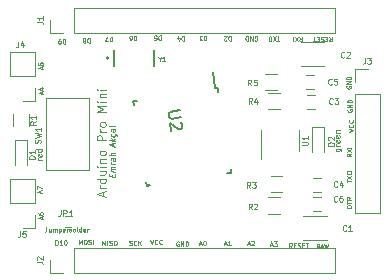
<source format=gbr>
G04 #@! TF.FileFunction,Legend,Top*
%FSLAX46Y46*%
G04 Gerber Fmt 4.6, Leading zero omitted, Abs format (unit mm)*
G04 Created by KiCad (PCBNEW 4.0.7) date 11/17/20 22:45:57*
%MOMM*%
%LPD*%
G01*
G04 APERTURE LIST*
%ADD10C,0.100000*%
%ADD11C,0.095250*%
%ADD12C,0.121000*%
%ADD13C,0.150000*%
%ADD14C,0.120000*%
%ADD15C,0.200000*%
%ADD16C,0.127000*%
%ADD17C,0.073800*%
%ADD18C,0.099200*%
G04 APERTURE END LIST*
D10*
D11*
X146528972Y-187370357D02*
X146528972Y-187642500D01*
X146510830Y-187696929D01*
X146474544Y-187733214D01*
X146420115Y-187751357D01*
X146383830Y-187751357D01*
X146873687Y-187497357D02*
X146873687Y-187751357D01*
X146710401Y-187497357D02*
X146710401Y-187696929D01*
X146728544Y-187733214D01*
X146764830Y-187751357D01*
X146819258Y-187751357D01*
X146855544Y-187733214D01*
X146873687Y-187715071D01*
X147055115Y-187751357D02*
X147055115Y-187497357D01*
X147055115Y-187533643D02*
X147073258Y-187515500D01*
X147109544Y-187497357D01*
X147163972Y-187497357D01*
X147200258Y-187515500D01*
X147218401Y-187551786D01*
X147218401Y-187751357D01*
X147218401Y-187551786D02*
X147236544Y-187515500D01*
X147272830Y-187497357D01*
X147327258Y-187497357D01*
X147363544Y-187515500D01*
X147381687Y-187551786D01*
X147381687Y-187751357D01*
X147563115Y-187497357D02*
X147563115Y-187878357D01*
X147563115Y-187515500D02*
X147599401Y-187497357D01*
X147671972Y-187497357D01*
X147708258Y-187515500D01*
X147726401Y-187533643D01*
X147744544Y-187569929D01*
X147744544Y-187678786D01*
X147726401Y-187715071D01*
X147708258Y-187733214D01*
X147671972Y-187751357D01*
X147599401Y-187751357D01*
X147563115Y-187733214D01*
X148052972Y-187733214D02*
X148016686Y-187751357D01*
X147944115Y-187751357D01*
X147907829Y-187733214D01*
X147889686Y-187696929D01*
X147889686Y-187551786D01*
X147907829Y-187515500D01*
X147944115Y-187497357D01*
X148016686Y-187497357D01*
X148052972Y-187515500D01*
X148071115Y-187551786D01*
X148071115Y-187588071D01*
X147889686Y-187624357D01*
X148234400Y-187751357D02*
X148234400Y-187497357D01*
X148234400Y-187569929D02*
X148252543Y-187533643D01*
X148270686Y-187515500D01*
X148306972Y-187497357D01*
X148343257Y-187497357D01*
X148452114Y-187733214D02*
X148488400Y-187751357D01*
X148560972Y-187751357D01*
X148597257Y-187733214D01*
X148615400Y-187696929D01*
X148615400Y-187678786D01*
X148597257Y-187642500D01*
X148560972Y-187624357D01*
X148506543Y-187624357D01*
X148470257Y-187606214D01*
X148452114Y-187569929D01*
X148452114Y-187551786D01*
X148470257Y-187515500D01*
X148506543Y-187497357D01*
X148560972Y-187497357D01*
X148597257Y-187515500D01*
X148833115Y-187751357D02*
X148796829Y-187733214D01*
X148778686Y-187715071D01*
X148760543Y-187678786D01*
X148760543Y-187569929D01*
X148778686Y-187533643D01*
X148796829Y-187515500D01*
X148833115Y-187497357D01*
X148887543Y-187497357D01*
X148923829Y-187515500D01*
X148941972Y-187533643D01*
X148960115Y-187569929D01*
X148960115Y-187678786D01*
X148941972Y-187715071D01*
X148923829Y-187733214D01*
X148887543Y-187751357D01*
X148833115Y-187751357D01*
X149177829Y-187751357D02*
X149141543Y-187733214D01*
X149123400Y-187696929D01*
X149123400Y-187370357D01*
X149486257Y-187751357D02*
X149486257Y-187370357D01*
X149486257Y-187733214D02*
X149449971Y-187751357D01*
X149377400Y-187751357D01*
X149341114Y-187733214D01*
X149322971Y-187715071D01*
X149304828Y-187678786D01*
X149304828Y-187569929D01*
X149322971Y-187533643D01*
X149341114Y-187515500D01*
X149377400Y-187497357D01*
X149449971Y-187497357D01*
X149486257Y-187515500D01*
X149812828Y-187733214D02*
X149776542Y-187751357D01*
X149703971Y-187751357D01*
X149667685Y-187733214D01*
X149649542Y-187696929D01*
X149649542Y-187551786D01*
X149667685Y-187515500D01*
X149703971Y-187497357D01*
X149776542Y-187497357D01*
X149812828Y-187515500D01*
X149830971Y-187551786D01*
X149830971Y-187588071D01*
X149649542Y-187624357D01*
X149994256Y-187751357D02*
X149994256Y-187497357D01*
X149994256Y-187569929D02*
X150012399Y-187533643D01*
X150030542Y-187515500D01*
X150066828Y-187497357D01*
X150103113Y-187497357D01*
X146113500Y-173982743D02*
X146113500Y-173801314D01*
X146222357Y-174019028D02*
X145841357Y-173892028D01*
X146222357Y-173765028D01*
X145841357Y-173456600D02*
X145841357Y-173638029D01*
X146022786Y-173656172D01*
X146004643Y-173638029D01*
X145986500Y-173601743D01*
X145986500Y-173511029D01*
X146004643Y-173474743D01*
X146022786Y-173456600D01*
X146059071Y-173438457D01*
X146149786Y-173438457D01*
X146186071Y-173456600D01*
X146204214Y-173474743D01*
X146222357Y-173511029D01*
X146222357Y-173601743D01*
X146204214Y-173638029D01*
X146186071Y-173656172D01*
X146138900Y-176090943D02*
X146138900Y-175909514D01*
X146247757Y-176127228D02*
X145866757Y-176000228D01*
X146247757Y-175873228D01*
X145993757Y-175582943D02*
X146247757Y-175582943D01*
X145848614Y-175673657D02*
X146120757Y-175764372D01*
X146120757Y-175528514D01*
X146011900Y-184472943D02*
X146011900Y-184291514D01*
X146120757Y-184509228D02*
X145739757Y-184382228D01*
X146120757Y-184255228D01*
X145739757Y-184164514D02*
X145739757Y-183910514D01*
X146120757Y-184073800D01*
X146113500Y-186657343D02*
X146113500Y-186475914D01*
X146222357Y-186693628D02*
X145841357Y-186566628D01*
X146222357Y-186439628D01*
X145841357Y-186149343D02*
X145841357Y-186221914D01*
X145859500Y-186258200D01*
X145877643Y-186276343D01*
X145932071Y-186312629D01*
X146004643Y-186330772D01*
X146149786Y-186330772D01*
X146186071Y-186312629D01*
X146204214Y-186294486D01*
X146222357Y-186258200D01*
X146222357Y-186185629D01*
X146204214Y-186149343D01*
X146186071Y-186131200D01*
X146149786Y-186113057D01*
X146059071Y-186113057D01*
X146022786Y-186131200D01*
X146004643Y-186149343D01*
X145986500Y-186185629D01*
X145986500Y-186258200D01*
X146004643Y-186294486D01*
X146022786Y-186312629D01*
X146059071Y-186330772D01*
X172333557Y-185728429D02*
X171952557Y-185728429D01*
X171952557Y-185637714D01*
X171970700Y-185583286D01*
X172006986Y-185547000D01*
X172043271Y-185528857D01*
X172115843Y-185510714D01*
X172170271Y-185510714D01*
X172242843Y-185528857D01*
X172279129Y-185547000D01*
X172315414Y-185583286D01*
X172333557Y-185637714D01*
X172333557Y-185728429D01*
X171952557Y-185401857D02*
X171952557Y-185184143D01*
X172333557Y-185293000D02*
X171952557Y-185293000D01*
X172333557Y-184839428D02*
X172152129Y-184966428D01*
X172333557Y-185057143D02*
X171952557Y-185057143D01*
X171952557Y-184912000D01*
X171970700Y-184875714D01*
X171988843Y-184857571D01*
X172025129Y-184839428D01*
X172079557Y-184839428D01*
X172115843Y-184857571D01*
X172133986Y-184875714D01*
X172152129Y-184912000D01*
X172152129Y-185057143D01*
X171952557Y-183573057D02*
X171952557Y-183355343D01*
X172333557Y-183464200D02*
X171952557Y-183464200D01*
X171952557Y-183264628D02*
X172333557Y-183010628D01*
X171952557Y-183010628D02*
X172333557Y-183264628D01*
X171952557Y-182792914D02*
X171952557Y-182720343D01*
X171970700Y-182684057D01*
X172006986Y-182647771D01*
X172079557Y-182629629D01*
X172206557Y-182629629D01*
X172279129Y-182647771D01*
X172315414Y-182684057D01*
X172333557Y-182720343D01*
X172333557Y-182792914D01*
X172315414Y-182829200D01*
X172279129Y-182865486D01*
X172206557Y-182883629D01*
X172079557Y-182883629D01*
X172006986Y-182865486D01*
X171970700Y-182829200D01*
X171952557Y-182792914D01*
X172333557Y-181180014D02*
X172152129Y-181307014D01*
X172333557Y-181397729D02*
X171952557Y-181397729D01*
X171952557Y-181252586D01*
X171970700Y-181216300D01*
X171988843Y-181198157D01*
X172025129Y-181180014D01*
X172079557Y-181180014D01*
X172115843Y-181198157D01*
X172133986Y-181216300D01*
X172152129Y-181252586D01*
X172152129Y-181397729D01*
X171952557Y-181053014D02*
X172333557Y-180799014D01*
X171952557Y-180799014D02*
X172333557Y-181053014D01*
X172333557Y-180653872D02*
X171952557Y-180653872D01*
X172104957Y-179298599D02*
X172485957Y-179171599D01*
X172104957Y-179044599D01*
X172449671Y-178699885D02*
X172467814Y-178718028D01*
X172485957Y-178772457D01*
X172485957Y-178808743D01*
X172467814Y-178863171D01*
X172431529Y-178899457D01*
X172395243Y-178917600D01*
X172322671Y-178935743D01*
X172268243Y-178935743D01*
X172195671Y-178917600D01*
X172159386Y-178899457D01*
X172123100Y-178863171D01*
X172104957Y-178808743D01*
X172104957Y-178772457D01*
X172123100Y-178718028D01*
X172141243Y-178699885D01*
X172449671Y-178318885D02*
X172467814Y-178337028D01*
X172485957Y-178391457D01*
X172485957Y-178427743D01*
X172467814Y-178482171D01*
X172431529Y-178518457D01*
X172395243Y-178536600D01*
X172322671Y-178554743D01*
X172268243Y-178554743D01*
X172195671Y-178536600D01*
X172159386Y-178518457D01*
X172123100Y-178482171D01*
X172104957Y-178427743D01*
X172104957Y-178391457D01*
X172123100Y-178337028D01*
X172141243Y-178318885D01*
X172021500Y-177404485D02*
X172003357Y-177440771D01*
X172003357Y-177495200D01*
X172021500Y-177549628D01*
X172057786Y-177585914D01*
X172094071Y-177604057D01*
X172166643Y-177622200D01*
X172221071Y-177622200D01*
X172293643Y-177604057D01*
X172329929Y-177585914D01*
X172366214Y-177549628D01*
X172384357Y-177495200D01*
X172384357Y-177458914D01*
X172366214Y-177404485D01*
X172348071Y-177386342D01*
X172221071Y-177386342D01*
X172221071Y-177458914D01*
X172384357Y-177223057D02*
X172003357Y-177223057D01*
X172384357Y-177005342D01*
X172003357Y-177005342D01*
X172384357Y-176823914D02*
X172003357Y-176823914D01*
X172003357Y-176733199D01*
X172021500Y-176678771D01*
X172057786Y-176642485D01*
X172094071Y-176624342D01*
X172166643Y-176606199D01*
X172221071Y-176606199D01*
X172293643Y-176624342D01*
X172329929Y-176642485D01*
X172366214Y-176678771D01*
X172384357Y-176733199D01*
X172384357Y-176823914D01*
X171945300Y-175423285D02*
X171927157Y-175459571D01*
X171927157Y-175514000D01*
X171945300Y-175568428D01*
X171981586Y-175604714D01*
X172017871Y-175622857D01*
X172090443Y-175641000D01*
X172144871Y-175641000D01*
X172217443Y-175622857D01*
X172253729Y-175604714D01*
X172290014Y-175568428D01*
X172308157Y-175514000D01*
X172308157Y-175477714D01*
X172290014Y-175423285D01*
X172271871Y-175405142D01*
X172144871Y-175405142D01*
X172144871Y-175477714D01*
X172308157Y-175241857D02*
X171927157Y-175241857D01*
X172308157Y-175024142D01*
X171927157Y-175024142D01*
X172308157Y-174842714D02*
X171927157Y-174842714D01*
X171927157Y-174751999D01*
X171945300Y-174697571D01*
X171981586Y-174661285D01*
X172017871Y-174643142D01*
X172090443Y-174624999D01*
X172144871Y-174624999D01*
X172217443Y-174643142D01*
X172253729Y-174661285D01*
X172290014Y-174697571D01*
X172308157Y-174751999D01*
X172308157Y-174842714D01*
X170479356Y-171277643D02*
X170606356Y-171459071D01*
X170697071Y-171277643D02*
X170697071Y-171658643D01*
X170551928Y-171658643D01*
X170515642Y-171640500D01*
X170497499Y-171622357D01*
X170479356Y-171586071D01*
X170479356Y-171531643D01*
X170497499Y-171495357D01*
X170515642Y-171477214D01*
X170551928Y-171459071D01*
X170697071Y-171459071D01*
X170316071Y-171477214D02*
X170189071Y-171477214D01*
X170134642Y-171277643D02*
X170316071Y-171277643D01*
X170316071Y-171658643D01*
X170134642Y-171658643D01*
X169989500Y-171295786D02*
X169935071Y-171277643D01*
X169844357Y-171277643D01*
X169808071Y-171295786D01*
X169789928Y-171313929D01*
X169771785Y-171350214D01*
X169771785Y-171386500D01*
X169789928Y-171422786D01*
X169808071Y-171440929D01*
X169844357Y-171459071D01*
X169916928Y-171477214D01*
X169953214Y-171495357D01*
X169971357Y-171513500D01*
X169989500Y-171549786D01*
X169989500Y-171586071D01*
X169971357Y-171622357D01*
X169953214Y-171640500D01*
X169916928Y-171658643D01*
X169826214Y-171658643D01*
X169771785Y-171640500D01*
X169608500Y-171477214D02*
X169481500Y-171477214D01*
X169427071Y-171277643D02*
X169608500Y-171277643D01*
X169608500Y-171658643D01*
X169427071Y-171658643D01*
X169318214Y-171658643D02*
X169100500Y-171658643D01*
X169209357Y-171277643D02*
X169209357Y-171658643D01*
X167946614Y-171252243D02*
X168073614Y-171433671D01*
X168164329Y-171252243D02*
X168164329Y-171633243D01*
X168019186Y-171633243D01*
X167982900Y-171615100D01*
X167964757Y-171596957D01*
X167946614Y-171560671D01*
X167946614Y-171506243D01*
X167964757Y-171469957D01*
X167982900Y-171451814D01*
X168019186Y-171433671D01*
X168164329Y-171433671D01*
X167819614Y-171633243D02*
X167565614Y-171252243D01*
X167565614Y-171633243D02*
X167819614Y-171252243D01*
X167420472Y-171252243D02*
X167420472Y-171633243D01*
X166257514Y-171607843D02*
X166039800Y-171607843D01*
X166148657Y-171226843D02*
X166148657Y-171607843D01*
X165949085Y-171607843D02*
X165695085Y-171226843D01*
X165695085Y-171607843D02*
X165949085Y-171226843D01*
X165477371Y-171607843D02*
X165441086Y-171607843D01*
X165404800Y-171589700D01*
X165386657Y-171571557D01*
X165368514Y-171535271D01*
X165350371Y-171462700D01*
X165350371Y-171371986D01*
X165368514Y-171299414D01*
X165386657Y-171263129D01*
X165404800Y-171244986D01*
X165441086Y-171226843D01*
X165477371Y-171226843D01*
X165513657Y-171244986D01*
X165531800Y-171263129D01*
X165549943Y-171299414D01*
X165568086Y-171371986D01*
X165568086Y-171462700D01*
X165549943Y-171535271D01*
X165531800Y-171571557D01*
X165513657Y-171589700D01*
X165477371Y-171607843D01*
X164171085Y-171564300D02*
X164207371Y-171582443D01*
X164261800Y-171582443D01*
X164316228Y-171564300D01*
X164352514Y-171528014D01*
X164370657Y-171491729D01*
X164388800Y-171419157D01*
X164388800Y-171364729D01*
X164370657Y-171292157D01*
X164352514Y-171255871D01*
X164316228Y-171219586D01*
X164261800Y-171201443D01*
X164225514Y-171201443D01*
X164171085Y-171219586D01*
X164152942Y-171237729D01*
X164152942Y-171364729D01*
X164225514Y-171364729D01*
X163989657Y-171201443D02*
X163989657Y-171582443D01*
X163771942Y-171201443D01*
X163771942Y-171582443D01*
X163590514Y-171201443D02*
X163590514Y-171582443D01*
X163499799Y-171582443D01*
X163445371Y-171564300D01*
X163409085Y-171528014D01*
X163390942Y-171491729D01*
X163372799Y-171419157D01*
X163372799Y-171364729D01*
X163390942Y-171292157D01*
X163409085Y-171255871D01*
X163445371Y-171219586D01*
X163499799Y-171201443D01*
X163590514Y-171201443D01*
X162130014Y-171201443D02*
X162130014Y-171582443D01*
X162039299Y-171582443D01*
X161984871Y-171564300D01*
X161948585Y-171528014D01*
X161930442Y-171491729D01*
X161912299Y-171419157D01*
X161912299Y-171364729D01*
X161930442Y-171292157D01*
X161948585Y-171255871D01*
X161984871Y-171219586D01*
X162039299Y-171201443D01*
X162130014Y-171201443D01*
X161767157Y-171546157D02*
X161749014Y-171564300D01*
X161712728Y-171582443D01*
X161622014Y-171582443D01*
X161585728Y-171564300D01*
X161567585Y-171546157D01*
X161549442Y-171509871D01*
X161549442Y-171473586D01*
X161567585Y-171419157D01*
X161785299Y-171201443D01*
X161549442Y-171201443D01*
X160072614Y-171176043D02*
X160072614Y-171557043D01*
X159981899Y-171557043D01*
X159927471Y-171538900D01*
X159891185Y-171502614D01*
X159873042Y-171466329D01*
X159854899Y-171393757D01*
X159854899Y-171339329D01*
X159873042Y-171266757D01*
X159891185Y-171230471D01*
X159927471Y-171194186D01*
X159981899Y-171176043D01*
X160072614Y-171176043D01*
X159727899Y-171557043D02*
X159492042Y-171557043D01*
X159619042Y-171411900D01*
X159564614Y-171411900D01*
X159528328Y-171393757D01*
X159510185Y-171375614D01*
X159492042Y-171339329D01*
X159492042Y-171248614D01*
X159510185Y-171212329D01*
X159528328Y-171194186D01*
X159564614Y-171176043D01*
X159673471Y-171176043D01*
X159709757Y-171194186D01*
X159727899Y-171212329D01*
X158167614Y-171200294D02*
X158167614Y-171583834D01*
X158076899Y-171583834D01*
X158022471Y-171565570D01*
X157986185Y-171529042D01*
X157968042Y-171492515D01*
X157949899Y-171419460D01*
X157949899Y-171364668D01*
X157968042Y-171291613D01*
X157986185Y-171255085D01*
X158022471Y-171218558D01*
X158076899Y-171200294D01*
X158167614Y-171200294D01*
X157623328Y-171455987D02*
X157623328Y-171200294D01*
X157714042Y-171602098D02*
X157804757Y-171328140D01*
X157568899Y-171328140D01*
X156211814Y-171150643D02*
X156211814Y-171531643D01*
X156121099Y-171531643D01*
X156066671Y-171513500D01*
X156030385Y-171477214D01*
X156012242Y-171440929D01*
X155994099Y-171368357D01*
X155994099Y-171313929D01*
X156012242Y-171241357D01*
X156030385Y-171205071D01*
X156066671Y-171168786D01*
X156121099Y-171150643D01*
X156211814Y-171150643D01*
X155649385Y-171531643D02*
X155830814Y-171531643D01*
X155848957Y-171350214D01*
X155830814Y-171368357D01*
X155794528Y-171386500D01*
X155703814Y-171386500D01*
X155667528Y-171368357D01*
X155649385Y-171350214D01*
X155631242Y-171313929D01*
X155631242Y-171223214D01*
X155649385Y-171186929D01*
X155667528Y-171168786D01*
X155703814Y-171150643D01*
X155794528Y-171150643D01*
X155830814Y-171168786D01*
X155848957Y-171186929D01*
X154129014Y-171176043D02*
X154129014Y-171557043D01*
X154038299Y-171557043D01*
X153983871Y-171538900D01*
X153947585Y-171502614D01*
X153929442Y-171466329D01*
X153911299Y-171393757D01*
X153911299Y-171339329D01*
X153929442Y-171266757D01*
X153947585Y-171230471D01*
X153983871Y-171194186D01*
X154038299Y-171176043D01*
X154129014Y-171176043D01*
X153584728Y-171557043D02*
X153657299Y-171557043D01*
X153693585Y-171538900D01*
X153711728Y-171520757D01*
X153748014Y-171466329D01*
X153766157Y-171393757D01*
X153766157Y-171248614D01*
X153748014Y-171212329D01*
X153729871Y-171194186D01*
X153693585Y-171176043D01*
X153621014Y-171176043D01*
X153584728Y-171194186D01*
X153566585Y-171212329D01*
X153548442Y-171248614D01*
X153548442Y-171339329D01*
X153566585Y-171375614D01*
X153584728Y-171393757D01*
X153621014Y-171411900D01*
X153693585Y-171411900D01*
X153729871Y-171393757D01*
X153748014Y-171375614D01*
X153766157Y-171339329D01*
X152097014Y-171277643D02*
X152097014Y-171658643D01*
X152006299Y-171658643D01*
X151951871Y-171640500D01*
X151915585Y-171604214D01*
X151897442Y-171567929D01*
X151879299Y-171495357D01*
X151879299Y-171440929D01*
X151897442Y-171368357D01*
X151915585Y-171332071D01*
X151951871Y-171295786D01*
X152006299Y-171277643D01*
X152097014Y-171277643D01*
X151752299Y-171658643D02*
X151498299Y-171658643D01*
X151661585Y-171277643D01*
X150192014Y-171379243D02*
X150192014Y-171760243D01*
X150101299Y-171760243D01*
X150046871Y-171742100D01*
X150010585Y-171705814D01*
X149992442Y-171669529D01*
X149974299Y-171596957D01*
X149974299Y-171542529D01*
X149992442Y-171469957D01*
X150010585Y-171433671D01*
X150046871Y-171397386D01*
X150101299Y-171379243D01*
X150192014Y-171379243D01*
X149756585Y-171596957D02*
X149792871Y-171615100D01*
X149811014Y-171633243D01*
X149829157Y-171669529D01*
X149829157Y-171687671D01*
X149811014Y-171723957D01*
X149792871Y-171742100D01*
X149756585Y-171760243D01*
X149684014Y-171760243D01*
X149647728Y-171742100D01*
X149629585Y-171723957D01*
X149611442Y-171687671D01*
X149611442Y-171669529D01*
X149629585Y-171633243D01*
X149647728Y-171615100D01*
X149684014Y-171596957D01*
X149756585Y-171596957D01*
X149792871Y-171578814D01*
X149811014Y-171560671D01*
X149829157Y-171524386D01*
X149829157Y-171451814D01*
X149811014Y-171415529D01*
X149792871Y-171397386D01*
X149756585Y-171379243D01*
X149684014Y-171379243D01*
X149647728Y-171397386D01*
X149629585Y-171415529D01*
X149611442Y-171451814D01*
X149611442Y-171524386D01*
X149629585Y-171560671D01*
X149647728Y-171578814D01*
X149684014Y-171596957D01*
X148109214Y-171455443D02*
X148109214Y-171836443D01*
X148018499Y-171836443D01*
X147964071Y-171818300D01*
X147927785Y-171782014D01*
X147909642Y-171745729D01*
X147891499Y-171673157D01*
X147891499Y-171618729D01*
X147909642Y-171546157D01*
X147927785Y-171509871D01*
X147964071Y-171473586D01*
X148018499Y-171455443D01*
X148109214Y-171455443D01*
X147710071Y-171455443D02*
X147637499Y-171455443D01*
X147601214Y-171473586D01*
X147583071Y-171491729D01*
X147546785Y-171546157D01*
X147528642Y-171618729D01*
X147528642Y-171763871D01*
X147546785Y-171800157D01*
X147564928Y-171818300D01*
X147601214Y-171836443D01*
X147673785Y-171836443D01*
X147710071Y-171818300D01*
X147728214Y-171800157D01*
X147746357Y-171763871D01*
X147746357Y-171673157D01*
X147728214Y-171636871D01*
X147710071Y-171618729D01*
X147673785Y-171600586D01*
X147601214Y-171600586D01*
X147564928Y-171618729D01*
X147546785Y-171636871D01*
X147528642Y-171673157D01*
X169612129Y-189148357D02*
X169485129Y-188966929D01*
X169394414Y-189148357D02*
X169394414Y-188767357D01*
X169539557Y-188767357D01*
X169575843Y-188785500D01*
X169593986Y-188803643D01*
X169612129Y-188839929D01*
X169612129Y-188894357D01*
X169593986Y-188930643D01*
X169575843Y-188948786D01*
X169539557Y-188966929D01*
X169394414Y-188966929D01*
X169757271Y-189039500D02*
X169938700Y-189039500D01*
X169720986Y-189148357D02*
X169847986Y-188767357D01*
X169974986Y-189148357D01*
X170065700Y-188767357D02*
X170156414Y-189148357D01*
X170228985Y-188876214D01*
X170301557Y-189148357D01*
X170392271Y-188767357D01*
X167315244Y-189122957D02*
X167188244Y-188941529D01*
X167097529Y-189122957D02*
X167097529Y-188741957D01*
X167242672Y-188741957D01*
X167278958Y-188760100D01*
X167297101Y-188778243D01*
X167315244Y-188814529D01*
X167315244Y-188868957D01*
X167297101Y-188905243D01*
X167278958Y-188923386D01*
X167242672Y-188941529D01*
X167097529Y-188941529D01*
X167478529Y-188923386D02*
X167605529Y-188923386D01*
X167659958Y-189122957D02*
X167478529Y-189122957D01*
X167478529Y-188741957D01*
X167659958Y-188741957D01*
X167805100Y-189104814D02*
X167859529Y-189122957D01*
X167950243Y-189122957D01*
X167986529Y-189104814D01*
X168004672Y-189086671D01*
X168022815Y-189050386D01*
X168022815Y-189014100D01*
X168004672Y-188977814D01*
X167986529Y-188959671D01*
X167950243Y-188941529D01*
X167877672Y-188923386D01*
X167841386Y-188905243D01*
X167823243Y-188887100D01*
X167805100Y-188850814D01*
X167805100Y-188814529D01*
X167823243Y-188778243D01*
X167841386Y-188760100D01*
X167877672Y-188741957D01*
X167968386Y-188741957D01*
X168022815Y-188760100D01*
X168186100Y-188923386D02*
X168313100Y-188923386D01*
X168367529Y-189122957D02*
X168186100Y-189122957D01*
X168186100Y-188741957D01*
X168367529Y-188741957D01*
X168476386Y-188741957D02*
X168694100Y-188741957D01*
X168585243Y-189122957D02*
X168585243Y-188741957D01*
X165488257Y-188861700D02*
X165669686Y-188861700D01*
X165451972Y-188970557D02*
X165578972Y-188589557D01*
X165705972Y-188970557D01*
X165796686Y-188589557D02*
X166032543Y-188589557D01*
X165905543Y-188734700D01*
X165959971Y-188734700D01*
X165996257Y-188752843D01*
X166014400Y-188770986D01*
X166032543Y-188807271D01*
X166032543Y-188897986D01*
X166014400Y-188934271D01*
X165996257Y-188952414D01*
X165959971Y-188970557D01*
X165851114Y-188970557D01*
X165814828Y-188952414D01*
X165796686Y-188934271D01*
X163557857Y-188810900D02*
X163739286Y-188810900D01*
X163521572Y-188919757D02*
X163648572Y-188538757D01*
X163775572Y-188919757D01*
X163884428Y-188575043D02*
X163902571Y-188556900D01*
X163938857Y-188538757D01*
X164029571Y-188538757D01*
X164065857Y-188556900D01*
X164084000Y-188575043D01*
X164102143Y-188611329D01*
X164102143Y-188647614D01*
X164084000Y-188702043D01*
X163866286Y-188919757D01*
X164102143Y-188919757D01*
X161576657Y-188785500D02*
X161758086Y-188785500D01*
X161540372Y-188894357D02*
X161667372Y-188513357D01*
X161794372Y-188894357D01*
X162120943Y-188894357D02*
X161903228Y-188894357D01*
X162012086Y-188894357D02*
X162012086Y-188513357D01*
X161975800Y-188567786D01*
X161939514Y-188604071D01*
X161903228Y-188622214D01*
X159468457Y-188810900D02*
X159649886Y-188810900D01*
X159432172Y-188919757D02*
X159559172Y-188538757D01*
X159686172Y-188919757D01*
X159885743Y-188538757D02*
X159922028Y-188538757D01*
X159958314Y-188556900D01*
X159976457Y-188575043D01*
X159994600Y-188611329D01*
X160012743Y-188683900D01*
X160012743Y-188774614D01*
X159994600Y-188847186D01*
X159976457Y-188883471D01*
X159958314Y-188901614D01*
X159922028Y-188919757D01*
X159885743Y-188919757D01*
X159849457Y-188901614D01*
X159831314Y-188883471D01*
X159813171Y-188847186D01*
X159795028Y-188774614D01*
X159795028Y-188683900D01*
X159813171Y-188611329D01*
X159831314Y-188575043D01*
X159849457Y-188556900D01*
X159885743Y-188538757D01*
X157723115Y-188607700D02*
X157686829Y-188589557D01*
X157632400Y-188589557D01*
X157577972Y-188607700D01*
X157541686Y-188643986D01*
X157523543Y-188680271D01*
X157505400Y-188752843D01*
X157505400Y-188807271D01*
X157523543Y-188879843D01*
X157541686Y-188916129D01*
X157577972Y-188952414D01*
X157632400Y-188970557D01*
X157668686Y-188970557D01*
X157723115Y-188952414D01*
X157741258Y-188934271D01*
X157741258Y-188807271D01*
X157668686Y-188807271D01*
X157904543Y-188970557D02*
X157904543Y-188589557D01*
X158122258Y-188970557D01*
X158122258Y-188589557D01*
X158303686Y-188970557D02*
X158303686Y-188589557D01*
X158394401Y-188589557D01*
X158448829Y-188607700D01*
X158485115Y-188643986D01*
X158503258Y-188680271D01*
X158521401Y-188752843D01*
X158521401Y-188807271D01*
X158503258Y-188879843D01*
X158485115Y-188916129D01*
X158448829Y-188952414D01*
X158394401Y-188970557D01*
X158303686Y-188970557D01*
X155321001Y-188437157D02*
X155448001Y-188818157D01*
X155575001Y-188437157D01*
X155919715Y-188781871D02*
X155901572Y-188800014D01*
X155847143Y-188818157D01*
X155810857Y-188818157D01*
X155756429Y-188800014D01*
X155720143Y-188763729D01*
X155702000Y-188727443D01*
X155683857Y-188654871D01*
X155683857Y-188600443D01*
X155702000Y-188527871D01*
X155720143Y-188491586D01*
X155756429Y-188455300D01*
X155810857Y-188437157D01*
X155847143Y-188437157D01*
X155901572Y-188455300D01*
X155919715Y-188473443D01*
X156300715Y-188781871D02*
X156282572Y-188800014D01*
X156228143Y-188818157D01*
X156191857Y-188818157D01*
X156137429Y-188800014D01*
X156101143Y-188763729D01*
X156083000Y-188727443D01*
X156064857Y-188654871D01*
X156064857Y-188600443D01*
X156083000Y-188527871D01*
X156101143Y-188491586D01*
X156137429Y-188455300D01*
X156191857Y-188437157D01*
X156228143Y-188437157D01*
X156282572Y-188455300D01*
X156300715Y-188473443D01*
X153535743Y-188876214D02*
X153590172Y-188894357D01*
X153680886Y-188894357D01*
X153717172Y-188876214D01*
X153735315Y-188858071D01*
X153753458Y-188821786D01*
X153753458Y-188785500D01*
X153735315Y-188749214D01*
X153717172Y-188731071D01*
X153680886Y-188712929D01*
X153608315Y-188694786D01*
X153572029Y-188676643D01*
X153553886Y-188658500D01*
X153535743Y-188622214D01*
X153535743Y-188585929D01*
X153553886Y-188549643D01*
X153572029Y-188531500D01*
X153608315Y-188513357D01*
X153699029Y-188513357D01*
X153753458Y-188531500D01*
X154134458Y-188858071D02*
X154116315Y-188876214D01*
X154061886Y-188894357D01*
X154025600Y-188894357D01*
X153971172Y-188876214D01*
X153934886Y-188839929D01*
X153916743Y-188803643D01*
X153898600Y-188731071D01*
X153898600Y-188676643D01*
X153916743Y-188604071D01*
X153934886Y-188567786D01*
X153971172Y-188531500D01*
X154025600Y-188513357D01*
X154061886Y-188513357D01*
X154116315Y-188531500D01*
X154134458Y-188549643D01*
X154297743Y-188894357D02*
X154297743Y-188513357D01*
X154515458Y-188894357D02*
X154352172Y-188676643D01*
X154515458Y-188513357D02*
X154297743Y-188731071D01*
X151242485Y-188894357D02*
X151242485Y-188513357D01*
X151369485Y-188785500D01*
X151496485Y-188513357D01*
X151496485Y-188894357D01*
X151677914Y-188894357D02*
X151677914Y-188513357D01*
X151841200Y-188876214D02*
X151895629Y-188894357D01*
X151986343Y-188894357D01*
X152022629Y-188876214D01*
X152040772Y-188858071D01*
X152058915Y-188821786D01*
X152058915Y-188785500D01*
X152040772Y-188749214D01*
X152022629Y-188731071D01*
X151986343Y-188712929D01*
X151913772Y-188694786D01*
X151877486Y-188676643D01*
X151859343Y-188658500D01*
X151841200Y-188622214D01*
X151841200Y-188585929D01*
X151859343Y-188549643D01*
X151877486Y-188531500D01*
X151913772Y-188513357D01*
X152004486Y-188513357D01*
X152058915Y-188531500D01*
X152294772Y-188513357D02*
X152367343Y-188513357D01*
X152403629Y-188531500D01*
X152439915Y-188567786D01*
X152458057Y-188640357D01*
X152458057Y-188767357D01*
X152439915Y-188839929D01*
X152403629Y-188876214D01*
X152367343Y-188894357D01*
X152294772Y-188894357D01*
X152258486Y-188876214D01*
X152222200Y-188839929D01*
X152204057Y-188767357D01*
X152204057Y-188640357D01*
X152222200Y-188567786D01*
X152258486Y-188531500D01*
X152294772Y-188513357D01*
X147289157Y-188868957D02*
X147289157Y-188487957D01*
X147379872Y-188487957D01*
X147434300Y-188506100D01*
X147470586Y-188542386D01*
X147488729Y-188578671D01*
X147506872Y-188651243D01*
X147506872Y-188705671D01*
X147488729Y-188778243D01*
X147470586Y-188814529D01*
X147434300Y-188850814D01*
X147379872Y-188868957D01*
X147289157Y-188868957D01*
X147869729Y-188868957D02*
X147652014Y-188868957D01*
X147760872Y-188868957D02*
X147760872Y-188487957D01*
X147724586Y-188542386D01*
X147688300Y-188578671D01*
X147652014Y-188596814D01*
X148105586Y-188487957D02*
X148141871Y-188487957D01*
X148178157Y-188506100D01*
X148196300Y-188524243D01*
X148214443Y-188560529D01*
X148232586Y-188633100D01*
X148232586Y-188723814D01*
X148214443Y-188796386D01*
X148196300Y-188832671D01*
X148178157Y-188850814D01*
X148141871Y-188868957D01*
X148105586Y-188868957D01*
X148069300Y-188850814D01*
X148051157Y-188832671D01*
X148033014Y-188796386D01*
X148014871Y-188723814D01*
X148014871Y-188633100D01*
X148033014Y-188560529D01*
X148051157Y-188524243D01*
X148069300Y-188506100D01*
X148105586Y-188487957D01*
X149261285Y-188818157D02*
X149261285Y-188437157D01*
X149388285Y-188709300D01*
X149515285Y-188437157D01*
X149515285Y-188818157D01*
X149769286Y-188437157D02*
X149841857Y-188437157D01*
X149878143Y-188455300D01*
X149914429Y-188491586D01*
X149932571Y-188564157D01*
X149932571Y-188691157D01*
X149914429Y-188763729D01*
X149878143Y-188800014D01*
X149841857Y-188818157D01*
X149769286Y-188818157D01*
X149733000Y-188800014D01*
X149696714Y-188763729D01*
X149678571Y-188691157D01*
X149678571Y-188564157D01*
X149696714Y-188491586D01*
X149733000Y-188455300D01*
X149769286Y-188437157D01*
X150077714Y-188800014D02*
X150132143Y-188818157D01*
X150222857Y-188818157D01*
X150259143Y-188800014D01*
X150277286Y-188781871D01*
X150295429Y-188745586D01*
X150295429Y-188709300D01*
X150277286Y-188673014D01*
X150259143Y-188654871D01*
X150222857Y-188636729D01*
X150150286Y-188618586D01*
X150114000Y-188600443D01*
X150095857Y-188582300D01*
X150077714Y-188546014D01*
X150077714Y-188509729D01*
X150095857Y-188473443D01*
X150114000Y-188455300D01*
X150150286Y-188437157D01*
X150241000Y-188437157D01*
X150295429Y-188455300D01*
X150458714Y-188818157D02*
X150458714Y-188437157D01*
D12*
X171016086Y-180740504D02*
X171407895Y-180740504D01*
X171453990Y-180763552D01*
X171477038Y-180786600D01*
X171500086Y-180832695D01*
X171500086Y-180901838D01*
X171477038Y-180947933D01*
X171315705Y-180740504D02*
X171338752Y-180786600D01*
X171338752Y-180878790D01*
X171315705Y-180924885D01*
X171292657Y-180947933D01*
X171246562Y-180970981D01*
X171108276Y-180970981D01*
X171062181Y-180947933D01*
X171039133Y-180924885D01*
X171016086Y-180878790D01*
X171016086Y-180786600D01*
X171039133Y-180740504D01*
X171338752Y-180510028D02*
X171016086Y-180510028D01*
X171108276Y-180510028D02*
X171062181Y-180486980D01*
X171039133Y-180463933D01*
X171016086Y-180417837D01*
X171016086Y-180371742D01*
X171315705Y-180026028D02*
X171338752Y-180072123D01*
X171338752Y-180164314D01*
X171315705Y-180210409D01*
X171269610Y-180233457D01*
X171085229Y-180233457D01*
X171039133Y-180210409D01*
X171016086Y-180164314D01*
X171016086Y-180072123D01*
X171039133Y-180026028D01*
X171085229Y-180002980D01*
X171131324Y-180002980D01*
X171177419Y-180233457D01*
X171315705Y-179611171D02*
X171338752Y-179657266D01*
X171338752Y-179749457D01*
X171315705Y-179795552D01*
X171269610Y-179818600D01*
X171085229Y-179818600D01*
X171039133Y-179795552D01*
X171016086Y-179749457D01*
X171016086Y-179657266D01*
X171039133Y-179611171D01*
X171085229Y-179588123D01*
X171131324Y-179588123D01*
X171177419Y-179818600D01*
X171016086Y-179380695D02*
X171338752Y-179380695D01*
X171062181Y-179380695D02*
X171039133Y-179357647D01*
X171016086Y-179311552D01*
X171016086Y-179242409D01*
X171039133Y-179196314D01*
X171085229Y-179173266D01*
X171338752Y-179173266D01*
X146116552Y-181689952D02*
X145793886Y-181689952D01*
X145886076Y-181689952D02*
X145839981Y-181666904D01*
X145816933Y-181643857D01*
X145793886Y-181597761D01*
X145793886Y-181551666D01*
X146093505Y-181205952D02*
X146116552Y-181252047D01*
X146116552Y-181344238D01*
X146093505Y-181390333D01*
X146047410Y-181413381D01*
X145863029Y-181413381D01*
X145816933Y-181390333D01*
X145793886Y-181344238D01*
X145793886Y-181252047D01*
X145816933Y-181205952D01*
X145863029Y-181182904D01*
X145909124Y-181182904D01*
X145955219Y-181413381D01*
X146116552Y-180768047D02*
X145632552Y-180768047D01*
X146093505Y-180768047D02*
X146116552Y-180814143D01*
X146116552Y-180906333D01*
X146093505Y-180952428D01*
X146070457Y-180975476D01*
X146024362Y-180998524D01*
X145886076Y-180998524D01*
X145839981Y-180975476D01*
X145816933Y-180952428D01*
X145793886Y-180906333D01*
X145793886Y-180814143D01*
X145816933Y-180768047D01*
X152060629Y-183100232D02*
X152060629Y-182938899D01*
X152314152Y-182901446D02*
X152314152Y-183131922D01*
X151830152Y-183071422D01*
X151830152Y-182840946D01*
X152314152Y-182694017D02*
X151991486Y-182653684D01*
X152037581Y-182659446D02*
X152014533Y-182633517D01*
X151991486Y-182584541D01*
X151991486Y-182515398D01*
X152014533Y-182472184D01*
X152060629Y-182454898D01*
X152314152Y-182486588D01*
X152060629Y-182454898D02*
X152014533Y-182426089D01*
X151991486Y-182377112D01*
X151991486Y-182307970D01*
X152014533Y-182264755D01*
X152060629Y-182247470D01*
X152314152Y-182279160D01*
X152314152Y-182048684D02*
X151991486Y-182008351D01*
X152083676Y-182019874D02*
X152037581Y-181991065D01*
X152014533Y-181965137D01*
X151991486Y-181916160D01*
X151991486Y-181870065D01*
X152314152Y-181541636D02*
X152060629Y-181509946D01*
X152014533Y-181527232D01*
X151991486Y-181570446D01*
X151991486Y-181662637D01*
X152014533Y-181711613D01*
X152291105Y-181538755D02*
X152314152Y-181587732D01*
X152314152Y-181702970D01*
X152291105Y-181746184D01*
X152245010Y-181763470D01*
X152198914Y-181757708D01*
X152152819Y-181728898D01*
X152129771Y-181679922D01*
X152129771Y-181564684D01*
X152106724Y-181515707D01*
X152314152Y-181311160D02*
X151830152Y-181250660D01*
X152314152Y-181103731D02*
X152060629Y-181072041D01*
X152014533Y-181089327D01*
X151991486Y-181132541D01*
X151991486Y-181201684D01*
X152014533Y-181250660D01*
X152037581Y-181276589D01*
X152175867Y-180510255D02*
X152175867Y-180279778D01*
X152314152Y-180573636D02*
X151830152Y-180351802D01*
X152314152Y-180250969D01*
X152314152Y-180089636D02*
X151830152Y-180029136D01*
X152129771Y-180020493D02*
X152314152Y-179905255D01*
X151991486Y-179864922D02*
X152175867Y-180072350D01*
X152291105Y-179487516D02*
X152314152Y-179536493D01*
X152314152Y-179628683D01*
X152291105Y-179671897D01*
X152268057Y-179692064D01*
X152221962Y-179709350D01*
X152083676Y-179692064D01*
X152037581Y-179663255D01*
X152014533Y-179637326D01*
X151991486Y-179588350D01*
X151991486Y-179496160D01*
X152014533Y-179452945D01*
X152337200Y-179585469D02*
X152360248Y-179542255D01*
X152406343Y-179524969D01*
X152452438Y-179553779D01*
X152475486Y-179602755D01*
X152475486Y-179671898D01*
X152314152Y-179075540D02*
X152060629Y-179043850D01*
X152014533Y-179061136D01*
X151991486Y-179104350D01*
X151991486Y-179196541D01*
X152014533Y-179245517D01*
X152291105Y-179072659D02*
X152314152Y-179121636D01*
X152314152Y-179236874D01*
X152291105Y-179280088D01*
X152245010Y-179297374D01*
X152198914Y-179291612D01*
X152152819Y-179262802D01*
X152129771Y-179213826D01*
X152129771Y-179098588D01*
X152106724Y-179049611D01*
X152314152Y-178775921D02*
X152291105Y-178819135D01*
X152245010Y-178836421D01*
X151830152Y-178784564D01*
X151329200Y-184728857D02*
X151329200Y-184377428D01*
X151540057Y-184799142D02*
X150802057Y-184553142D01*
X151540057Y-184307142D01*
X151540057Y-184061143D02*
X151048057Y-184061143D01*
X151188629Y-184061143D02*
X151118343Y-184026000D01*
X151083200Y-183990857D01*
X151048057Y-183920571D01*
X151048057Y-183850286D01*
X151540057Y-183288000D02*
X150802057Y-183288000D01*
X151504914Y-183288000D02*
X151540057Y-183358286D01*
X151540057Y-183498857D01*
X151504914Y-183569143D01*
X151469771Y-183604286D01*
X151399486Y-183639429D01*
X151188629Y-183639429D01*
X151118343Y-183604286D01*
X151083200Y-183569143D01*
X151048057Y-183498857D01*
X151048057Y-183358286D01*
X151083200Y-183288000D01*
X151048057Y-182620286D02*
X151540057Y-182620286D01*
X151048057Y-182936572D02*
X151434629Y-182936572D01*
X151504914Y-182901429D01*
X151540057Y-182831143D01*
X151540057Y-182725715D01*
X151504914Y-182655429D01*
X151469771Y-182620286D01*
X151540057Y-182268858D02*
X151048057Y-182268858D01*
X150802057Y-182268858D02*
X150837200Y-182304001D01*
X150872343Y-182268858D01*
X150837200Y-182233715D01*
X150802057Y-182268858D01*
X150872343Y-182268858D01*
X151048057Y-181917429D02*
X151540057Y-181917429D01*
X151118343Y-181917429D02*
X151083200Y-181882286D01*
X151048057Y-181812000D01*
X151048057Y-181706572D01*
X151083200Y-181636286D01*
X151153486Y-181601143D01*
X151540057Y-181601143D01*
X151540057Y-181144286D02*
X151504914Y-181214572D01*
X151469771Y-181249715D01*
X151399486Y-181284858D01*
X151188629Y-181284858D01*
X151118343Y-181249715D01*
X151083200Y-181214572D01*
X151048057Y-181144286D01*
X151048057Y-181038858D01*
X151083200Y-180968572D01*
X151118343Y-180933429D01*
X151188629Y-180898286D01*
X151399486Y-180898286D01*
X151469771Y-180933429D01*
X151504914Y-180968572D01*
X151540057Y-181038858D01*
X151540057Y-181144286D01*
X151540057Y-180019715D02*
X150802057Y-180019715D01*
X150802057Y-179738572D01*
X150837200Y-179668286D01*
X150872343Y-179633143D01*
X150942629Y-179598000D01*
X151048057Y-179598000D01*
X151118343Y-179633143D01*
X151153486Y-179668286D01*
X151188629Y-179738572D01*
X151188629Y-180019715D01*
X151540057Y-179281715D02*
X151048057Y-179281715D01*
X151188629Y-179281715D02*
X151118343Y-179246572D01*
X151083200Y-179211429D01*
X151048057Y-179141143D01*
X151048057Y-179070858D01*
X151540057Y-178719429D02*
X151504914Y-178789715D01*
X151469771Y-178824858D01*
X151399486Y-178860001D01*
X151188629Y-178860001D01*
X151118343Y-178824858D01*
X151083200Y-178789715D01*
X151048057Y-178719429D01*
X151048057Y-178614001D01*
X151083200Y-178543715D01*
X151118343Y-178508572D01*
X151188629Y-178473429D01*
X151399486Y-178473429D01*
X151469771Y-178508572D01*
X151504914Y-178543715D01*
X151540057Y-178614001D01*
X151540057Y-178719429D01*
X151540057Y-177594858D02*
X150802057Y-177594858D01*
X151329200Y-177348858D01*
X150802057Y-177102858D01*
X151540057Y-177102858D01*
X151540057Y-176751429D02*
X151048057Y-176751429D01*
X150802057Y-176751429D02*
X150837200Y-176786572D01*
X150872343Y-176751429D01*
X150837200Y-176716286D01*
X150802057Y-176751429D01*
X150872343Y-176751429D01*
X151048057Y-176400000D02*
X151540057Y-176400000D01*
X151118343Y-176400000D02*
X151083200Y-176364857D01*
X151048057Y-176294571D01*
X151048057Y-176189143D01*
X151083200Y-176118857D01*
X151153486Y-176083714D01*
X151540057Y-176083714D01*
X151540057Y-175732286D02*
X151048057Y-175732286D01*
X150802057Y-175732286D02*
X150837200Y-175767429D01*
X150872343Y-175732286D01*
X150837200Y-175697143D01*
X150802057Y-175732286D01*
X150872343Y-175732286D01*
D13*
X161039587Y-175602355D02*
X160817357Y-175637553D01*
X162173737Y-182763095D02*
X161852738Y-182813937D01*
X155012997Y-183897245D02*
X155333995Y-183846404D01*
X153878847Y-176736505D02*
X154199846Y-176685663D01*
X161039587Y-175602355D02*
X161090429Y-175923354D01*
X153878847Y-176736505D02*
X153929688Y-177057503D01*
X155012997Y-183897245D02*
X154962155Y-183576246D01*
X162173737Y-182763095D02*
X162122896Y-182442097D01*
X160817357Y-175637553D02*
X160594438Y-174230097D01*
D14*
X165297800Y-184867000D02*
X166297800Y-184867000D01*
X166297800Y-186227000D02*
X165297800Y-186227000D01*
X165070600Y-174402200D02*
X166070600Y-174402200D01*
X166070600Y-175762200D02*
X165070600Y-175762200D01*
X148900600Y-191229800D02*
X170960600Y-191229800D01*
X170960600Y-191229800D02*
X170960600Y-189109800D01*
X170960600Y-189109800D02*
X148900600Y-189109800D01*
X148900600Y-189109800D02*
X148900600Y-191229800D01*
X147900600Y-191229800D02*
X146840600Y-191229800D01*
X146840600Y-191229800D02*
X146840600Y-190169800D01*
X170267000Y-186457400D02*
X168267000Y-186457400D01*
X168267000Y-188497400D02*
X170267000Y-188497400D01*
X170061000Y-171725400D02*
X168061000Y-171725400D01*
X168061000Y-173765400D02*
X170061000Y-173765400D01*
X169246600Y-177358600D02*
X168546600Y-177358600D01*
X168546600Y-176158600D02*
X169246600Y-176158600D01*
X169054600Y-183219800D02*
X169754600Y-183219800D01*
X169754600Y-184419800D02*
X169054600Y-184419800D01*
X169195800Y-175682200D02*
X168495800Y-175682200D01*
X168495800Y-174482200D02*
X169195800Y-174482200D01*
X169054600Y-184794600D02*
X169754600Y-184794600D01*
X169754600Y-185994600D02*
X169054600Y-185994600D01*
X144848200Y-180043400D02*
X143848200Y-180043400D01*
X143848200Y-180043400D02*
X143848200Y-182143400D01*
X144848200Y-180043400D02*
X144848200Y-182143400D01*
X169994200Y-178875000D02*
X168994200Y-178875000D01*
X168994200Y-178875000D02*
X168994200Y-180975000D01*
X169994200Y-178875000D02*
X169994200Y-180975000D01*
X148900600Y-170909800D02*
X170960600Y-170909800D01*
X170960600Y-170909800D02*
X170960600Y-168789800D01*
X170960600Y-168789800D02*
X148900600Y-168789800D01*
X148900600Y-168789800D02*
X148900600Y-170909800D01*
X147900600Y-170909800D02*
X146840600Y-170909800D01*
X146840600Y-170909800D02*
X146840600Y-169849800D01*
X172650600Y-176089800D02*
X172650600Y-186149800D01*
X172650600Y-186149800D02*
X174770600Y-186149800D01*
X174770600Y-186149800D02*
X174770600Y-176089800D01*
X174770600Y-176089800D02*
X172650600Y-176089800D01*
X172650600Y-175089800D02*
X172650600Y-174029800D01*
X172650600Y-174029800D02*
X173710600Y-174029800D01*
X145560600Y-174609000D02*
X145560600Y-172549000D01*
X145560600Y-172549000D02*
X143440600Y-172549000D01*
X143440600Y-172549000D02*
X143440600Y-174609000D01*
X143440600Y-174609000D02*
X145560600Y-174609000D01*
X145560600Y-175609000D02*
X145560600Y-176669000D01*
X145560600Y-176669000D02*
X144500600Y-176669000D01*
X145560600Y-185359800D02*
X145560600Y-183299800D01*
X145560600Y-183299800D02*
X143440600Y-183299800D01*
X143440600Y-183299800D02*
X143440600Y-185359800D01*
X143440600Y-185359800D02*
X145560600Y-185359800D01*
X145560600Y-186359800D02*
X145560600Y-187419800D01*
X145560600Y-187419800D02*
X144500600Y-187419800D01*
X148586000Y-186448600D02*
X148086000Y-186448600D01*
X148086000Y-187388600D02*
X148586000Y-187388600D01*
X145028200Y-177821400D02*
X145028200Y-178821400D01*
X143668200Y-178821400D02*
X143668200Y-177821400D01*
X165501000Y-183038200D02*
X166501000Y-183038200D01*
X166501000Y-184398200D02*
X165501000Y-184398200D01*
X165273800Y-176027800D02*
X166273800Y-176027800D01*
X166273800Y-177387800D02*
X165273800Y-177387800D01*
X146500600Y-182579800D02*
X146500600Y-176459800D01*
X146500600Y-176459800D02*
X150120600Y-176459800D01*
X150120600Y-176459800D02*
X150120600Y-182579800D01*
X150120600Y-182579800D02*
X146500600Y-182579800D01*
X167939400Y-180943000D02*
X167939400Y-179143000D01*
X164719400Y-179143000D02*
X164719400Y-181593000D01*
D15*
X151810200Y-173050200D02*
G75*
G03X151810200Y-173050200I-100000J0D01*
G01*
D16*
X152210200Y-172400200D02*
X152210200Y-173700200D01*
X155650200Y-172400200D02*
X155650200Y-173700200D01*
D13*
X157825489Y-177495209D02*
X157025931Y-177621846D01*
X156939315Y-177683778D01*
X156899732Y-177738260D01*
X156867597Y-177839774D01*
X156897395Y-178027906D01*
X156959326Y-178114522D01*
X157013808Y-178154106D01*
X157115322Y-178186240D01*
X157914880Y-178059603D01*
X157887858Y-178497796D02*
X157942340Y-178537379D01*
X158004271Y-178623995D01*
X158041517Y-178859160D01*
X158009383Y-178960675D01*
X157969800Y-179015157D01*
X157883183Y-179077088D01*
X157789118Y-179091986D01*
X157640571Y-179067301D01*
X156986786Y-178592299D01*
X157083626Y-179203725D01*
D17*
X163925801Y-185871171D02*
X163761801Y-185636886D01*
X163644658Y-185871171D02*
X163644658Y-185379171D01*
X163832086Y-185379171D01*
X163878944Y-185402600D01*
X163902372Y-185426029D01*
X163925801Y-185472886D01*
X163925801Y-185543171D01*
X163902372Y-185590029D01*
X163878944Y-185613457D01*
X163832086Y-185636886D01*
X163644658Y-185636886D01*
X164113229Y-185426029D02*
X164136658Y-185402600D01*
X164183515Y-185379171D01*
X164300658Y-185379171D01*
X164347515Y-185402600D01*
X164370944Y-185426029D01*
X164394372Y-185472886D01*
X164394372Y-185519743D01*
X164370944Y-185590029D01*
X164089801Y-185871171D01*
X164394372Y-185871171D01*
D18*
X163875001Y-175380971D02*
X163711001Y-175146686D01*
X163593858Y-175380971D02*
X163593858Y-174888971D01*
X163781286Y-174888971D01*
X163828144Y-174912400D01*
X163851572Y-174935829D01*
X163875001Y-174982686D01*
X163875001Y-175052971D01*
X163851572Y-175099829D01*
X163828144Y-175123257D01*
X163781286Y-175146686D01*
X163593858Y-175146686D01*
X164320144Y-174888971D02*
X164085858Y-174888971D01*
X164062429Y-175123257D01*
X164085858Y-175099829D01*
X164132715Y-175076400D01*
X164249858Y-175076400D01*
X164296715Y-175099829D01*
X164320144Y-175123257D01*
X164343572Y-175170114D01*
X164343572Y-175287257D01*
X164320144Y-175334114D01*
X164296715Y-175357543D01*
X164249858Y-175380971D01*
X164132715Y-175380971D01*
X164085858Y-175357543D01*
X164062429Y-175334114D01*
D17*
X145704371Y-190333800D02*
X146055800Y-190333800D01*
X146126086Y-190357228D01*
X146172943Y-190404085D01*
X146196371Y-190474371D01*
X146196371Y-190521228D01*
X145751229Y-190122943D02*
X145727800Y-190099514D01*
X145704371Y-190052657D01*
X145704371Y-189935514D01*
X145727800Y-189888657D01*
X145751229Y-189865228D01*
X145798086Y-189841800D01*
X145844943Y-189841800D01*
X145915229Y-189865228D01*
X146196371Y-190146371D01*
X146196371Y-189841800D01*
X171901401Y-187653114D02*
X171877972Y-187676543D01*
X171807686Y-187699971D01*
X171760829Y-187699971D01*
X171690544Y-187676543D01*
X171643686Y-187629686D01*
X171620258Y-187582829D01*
X171596829Y-187489114D01*
X171596829Y-187418829D01*
X171620258Y-187325114D01*
X171643686Y-187278257D01*
X171690544Y-187231400D01*
X171760829Y-187207971D01*
X171807686Y-187207971D01*
X171877972Y-187231400D01*
X171901401Y-187254829D01*
X172369972Y-187699971D02*
X172088829Y-187699971D01*
X172229401Y-187699971D02*
X172229401Y-187207971D01*
X172182544Y-187278257D01*
X172135686Y-187325114D01*
X172088829Y-187348543D01*
X171749001Y-172971914D02*
X171725572Y-172995343D01*
X171655286Y-173018771D01*
X171608429Y-173018771D01*
X171538144Y-172995343D01*
X171491286Y-172948486D01*
X171467858Y-172901629D01*
X171444429Y-172807914D01*
X171444429Y-172737629D01*
X171467858Y-172643914D01*
X171491286Y-172597057D01*
X171538144Y-172550200D01*
X171608429Y-172526771D01*
X171655286Y-172526771D01*
X171725572Y-172550200D01*
X171749001Y-172573629D01*
X171936429Y-172573629D02*
X171959858Y-172550200D01*
X172006715Y-172526771D01*
X172123858Y-172526771D01*
X172170715Y-172550200D01*
X172194144Y-172573629D01*
X172217572Y-172620486D01*
X172217572Y-172667343D01*
X172194144Y-172737629D01*
X171913001Y-173018771D01*
X172217572Y-173018771D01*
X170758401Y-176908914D02*
X170734972Y-176932343D01*
X170664686Y-176955771D01*
X170617829Y-176955771D01*
X170547544Y-176932343D01*
X170500686Y-176885486D01*
X170477258Y-176838629D01*
X170453829Y-176744914D01*
X170453829Y-176674629D01*
X170477258Y-176580914D01*
X170500686Y-176534057D01*
X170547544Y-176487200D01*
X170617829Y-176463771D01*
X170664686Y-176463771D01*
X170734972Y-176487200D01*
X170758401Y-176510629D01*
X170922401Y-176463771D02*
X171226972Y-176463771D01*
X171062972Y-176651200D01*
X171133258Y-176651200D01*
X171180115Y-176674629D01*
X171203544Y-176698057D01*
X171226972Y-176744914D01*
X171226972Y-176862057D01*
X171203544Y-176908914D01*
X171180115Y-176932343D01*
X171133258Y-176955771D01*
X170992686Y-176955771D01*
X170945829Y-176932343D01*
X170922401Y-176908914D01*
X171164801Y-183919314D02*
X171141372Y-183942743D01*
X171071086Y-183966171D01*
X171024229Y-183966171D01*
X170953944Y-183942743D01*
X170907086Y-183895886D01*
X170883658Y-183849029D01*
X170860229Y-183755314D01*
X170860229Y-183685029D01*
X170883658Y-183591314D01*
X170907086Y-183544457D01*
X170953944Y-183497600D01*
X171024229Y-183474171D01*
X171071086Y-183474171D01*
X171141372Y-183497600D01*
X171164801Y-183521029D01*
X171586515Y-183638171D02*
X171586515Y-183966171D01*
X171469372Y-183450743D02*
X171352229Y-183802171D01*
X171656801Y-183802171D01*
D18*
X170682201Y-175257914D02*
X170658772Y-175281343D01*
X170588486Y-175304771D01*
X170541629Y-175304771D01*
X170471344Y-175281343D01*
X170424486Y-175234486D01*
X170401058Y-175187629D01*
X170377629Y-175093914D01*
X170377629Y-175023629D01*
X170401058Y-174929914D01*
X170424486Y-174883057D01*
X170471344Y-174836200D01*
X170541629Y-174812771D01*
X170588486Y-174812771D01*
X170658772Y-174836200D01*
X170682201Y-174859629D01*
X171127344Y-174812771D02*
X170893058Y-174812771D01*
X170869629Y-175047057D01*
X170893058Y-175023629D01*
X170939915Y-175000200D01*
X171057058Y-175000200D01*
X171103915Y-175023629D01*
X171127344Y-175047057D01*
X171150772Y-175093914D01*
X171150772Y-175211057D01*
X171127344Y-175257914D01*
X171103915Y-175281343D01*
X171057058Y-175304771D01*
X170939915Y-175304771D01*
X170893058Y-175281343D01*
X170869629Y-175257914D01*
D17*
X171139401Y-185163914D02*
X171115972Y-185187343D01*
X171045686Y-185210771D01*
X170998829Y-185210771D01*
X170928544Y-185187343D01*
X170881686Y-185140486D01*
X170858258Y-185093629D01*
X170834829Y-184999914D01*
X170834829Y-184929629D01*
X170858258Y-184835914D01*
X170881686Y-184789057D01*
X170928544Y-184742200D01*
X170998829Y-184718771D01*
X171045686Y-184718771D01*
X171115972Y-184742200D01*
X171139401Y-184765629D01*
X171561115Y-184718771D02*
X171467401Y-184718771D01*
X171420544Y-184742200D01*
X171397115Y-184765629D01*
X171350258Y-184835914D01*
X171326829Y-184929629D01*
X171326829Y-185117057D01*
X171350258Y-185163914D01*
X171373686Y-185187343D01*
X171420544Y-185210771D01*
X171514258Y-185210771D01*
X171561115Y-185187343D01*
X171584544Y-185163914D01*
X171607972Y-185117057D01*
X171607972Y-184999914D01*
X171584544Y-184953057D01*
X171561115Y-184929629D01*
X171514258Y-184906200D01*
X171420544Y-184906200D01*
X171373686Y-184929629D01*
X171350258Y-184953057D01*
X171326829Y-184999914D01*
X145535971Y-181592142D02*
X145043971Y-181592142D01*
X145043971Y-181474999D01*
X145067400Y-181404714D01*
X145114257Y-181357856D01*
X145161114Y-181334428D01*
X145254829Y-181310999D01*
X145325114Y-181310999D01*
X145418829Y-181334428D01*
X145465686Y-181357856D01*
X145512543Y-181404714D01*
X145535971Y-181474999D01*
X145535971Y-181592142D01*
X145535971Y-180842428D02*
X145535971Y-181123571D01*
X145535971Y-180982999D02*
X145043971Y-180982999D01*
X145114257Y-181029856D01*
X145161114Y-181076714D01*
X145184543Y-181123571D01*
X170859771Y-180474542D02*
X170367771Y-180474542D01*
X170367771Y-180357399D01*
X170391200Y-180287114D01*
X170438057Y-180240256D01*
X170484914Y-180216828D01*
X170578629Y-180193399D01*
X170648914Y-180193399D01*
X170742629Y-180216828D01*
X170789486Y-180240256D01*
X170836343Y-180287114D01*
X170859771Y-180357399D01*
X170859771Y-180474542D01*
X170414629Y-180005971D02*
X170391200Y-179982542D01*
X170367771Y-179935685D01*
X170367771Y-179818542D01*
X170391200Y-179771685D01*
X170414629Y-179748256D01*
X170461486Y-179724828D01*
X170508343Y-179724828D01*
X170578629Y-179748256D01*
X170859771Y-180029399D01*
X170859771Y-179724828D01*
X145755171Y-170013800D02*
X146106600Y-170013800D01*
X146176886Y-170037228D01*
X146223743Y-170084085D01*
X146247171Y-170154371D01*
X146247171Y-170201228D01*
X146247171Y-169521800D02*
X146247171Y-169802943D01*
X146247171Y-169662371D02*
X145755171Y-169662371D01*
X145825457Y-169709228D01*
X145872314Y-169756086D01*
X145895743Y-169802943D01*
X173495800Y-173034771D02*
X173495800Y-173386200D01*
X173472372Y-173456486D01*
X173425515Y-173503343D01*
X173355229Y-173526771D01*
X173308372Y-173526771D01*
X173683229Y-173034771D02*
X173987800Y-173034771D01*
X173823800Y-173222200D01*
X173894086Y-173222200D01*
X173940943Y-173245629D01*
X173964372Y-173269057D01*
X173987800Y-173315914D01*
X173987800Y-173433057D01*
X173964372Y-173479914D01*
X173940943Y-173503343D01*
X173894086Y-173526771D01*
X173753514Y-173526771D01*
X173706657Y-173503343D01*
X173683229Y-173479914D01*
X144133400Y-171663171D02*
X144133400Y-172014600D01*
X144109972Y-172084886D01*
X144063115Y-172131743D01*
X143992829Y-172155171D01*
X143945972Y-172155171D01*
X144578543Y-171827171D02*
X144578543Y-172155171D01*
X144461400Y-171639743D02*
X144344257Y-171991171D01*
X144648829Y-171991171D01*
X144285800Y-187715971D02*
X144285800Y-188067400D01*
X144262372Y-188137686D01*
X144215515Y-188184543D01*
X144145229Y-188207971D01*
X144098372Y-188207971D01*
X144754372Y-187715971D02*
X144520086Y-187715971D01*
X144496657Y-187950257D01*
X144520086Y-187926829D01*
X144566943Y-187903400D01*
X144684086Y-187903400D01*
X144730943Y-187926829D01*
X144754372Y-187950257D01*
X144777800Y-187997114D01*
X144777800Y-188114257D01*
X144754372Y-188161114D01*
X144730943Y-188184543D01*
X144684086Y-188207971D01*
X144566943Y-188207971D01*
X144520086Y-188184543D01*
X144496657Y-188161114D01*
X147731600Y-185937971D02*
X147731600Y-186289400D01*
X147708172Y-186359686D01*
X147661315Y-186406543D01*
X147591029Y-186429971D01*
X147544172Y-186429971D01*
X147965886Y-186429971D02*
X147965886Y-185937971D01*
X148153314Y-185937971D01*
X148200172Y-185961400D01*
X148223600Y-185984829D01*
X148247029Y-186031686D01*
X148247029Y-186101971D01*
X148223600Y-186148829D01*
X148200172Y-186172257D01*
X148153314Y-186195686D01*
X147965886Y-186195686D01*
X148715600Y-186429971D02*
X148434457Y-186429971D01*
X148575029Y-186429971D02*
X148575029Y-185937971D01*
X148528172Y-186008257D01*
X148481314Y-186055114D01*
X148434457Y-186078543D01*
X145637571Y-178415399D02*
X145403286Y-178579399D01*
X145637571Y-178696542D02*
X145145571Y-178696542D01*
X145145571Y-178509114D01*
X145169000Y-178462256D01*
X145192429Y-178438828D01*
X145239286Y-178415399D01*
X145309571Y-178415399D01*
X145356429Y-178438828D01*
X145379857Y-178462256D01*
X145403286Y-178509114D01*
X145403286Y-178696542D01*
X145637571Y-177946828D02*
X145637571Y-178227971D01*
X145637571Y-178087399D02*
X145145571Y-178087399D01*
X145215857Y-178134256D01*
X145262714Y-178181114D01*
X145286143Y-178227971D01*
X163773401Y-184042371D02*
X163609401Y-183808086D01*
X163492258Y-184042371D02*
X163492258Y-183550371D01*
X163679686Y-183550371D01*
X163726544Y-183573800D01*
X163749972Y-183597229D01*
X163773401Y-183644086D01*
X163773401Y-183714371D01*
X163749972Y-183761229D01*
X163726544Y-183784657D01*
X163679686Y-183808086D01*
X163492258Y-183808086D01*
X163937401Y-183550371D02*
X164241972Y-183550371D01*
X164077972Y-183737800D01*
X164148258Y-183737800D01*
X164195115Y-183761229D01*
X164218544Y-183784657D01*
X164241972Y-183831514D01*
X164241972Y-183948657D01*
X164218544Y-183995514D01*
X164195115Y-184018943D01*
X164148258Y-184042371D01*
X164007686Y-184042371D01*
X163960829Y-184018943D01*
X163937401Y-183995514D01*
X163925801Y-176930371D02*
X163761801Y-176696086D01*
X163644658Y-176930371D02*
X163644658Y-176438371D01*
X163832086Y-176438371D01*
X163878944Y-176461800D01*
X163902372Y-176485229D01*
X163925801Y-176532086D01*
X163925801Y-176602371D01*
X163902372Y-176649229D01*
X163878944Y-176672657D01*
X163832086Y-176696086D01*
X163644658Y-176696086D01*
X164347515Y-176602371D02*
X164347515Y-176930371D01*
X164230372Y-176414943D02*
X164113229Y-176766371D01*
X164417801Y-176766371D01*
X146020543Y-180259400D02*
X146043971Y-180189114D01*
X146043971Y-180071971D01*
X146020543Y-180025114D01*
X145997114Y-180001685D01*
X145950257Y-179978257D01*
X145903400Y-179978257D01*
X145856543Y-180001685D01*
X145833114Y-180025114D01*
X145809686Y-180071971D01*
X145786257Y-180165685D01*
X145762829Y-180212543D01*
X145739400Y-180235971D01*
X145692543Y-180259400D01*
X145645686Y-180259400D01*
X145598829Y-180235971D01*
X145575400Y-180212543D01*
X145551971Y-180165685D01*
X145551971Y-180048543D01*
X145575400Y-179978257D01*
X145551971Y-179814257D02*
X146043971Y-179697114D01*
X145692543Y-179603400D01*
X146043971Y-179509686D01*
X145551971Y-179392543D01*
X146043971Y-178947400D02*
X146043971Y-179228543D01*
X146043971Y-179087971D02*
X145551971Y-179087971D01*
X145622257Y-179134828D01*
X145669114Y-179181686D01*
X145692543Y-179228543D01*
X168157971Y-180435457D02*
X168556257Y-180435457D01*
X168603114Y-180412029D01*
X168626543Y-180388600D01*
X168649971Y-180341743D01*
X168649971Y-180248029D01*
X168626543Y-180201171D01*
X168603114Y-180177743D01*
X168556257Y-180154314D01*
X168157971Y-180154314D01*
X168649971Y-179662314D02*
X168649971Y-179943457D01*
X168649971Y-179802885D02*
X168157971Y-179802885D01*
X168228257Y-179849742D01*
X168275114Y-179896600D01*
X168298543Y-179943457D01*
X156102391Y-173142610D02*
X156102391Y-173326419D01*
X155973724Y-172940419D02*
X156102391Y-173142610D01*
X156231057Y-172940419D01*
X156561914Y-173326419D02*
X156341343Y-173326419D01*
X156451629Y-173326419D02*
X156451629Y-172940419D01*
X156414867Y-172995562D01*
X156378105Y-173032324D01*
X156341343Y-173050705D01*
D13*
M02*

</source>
